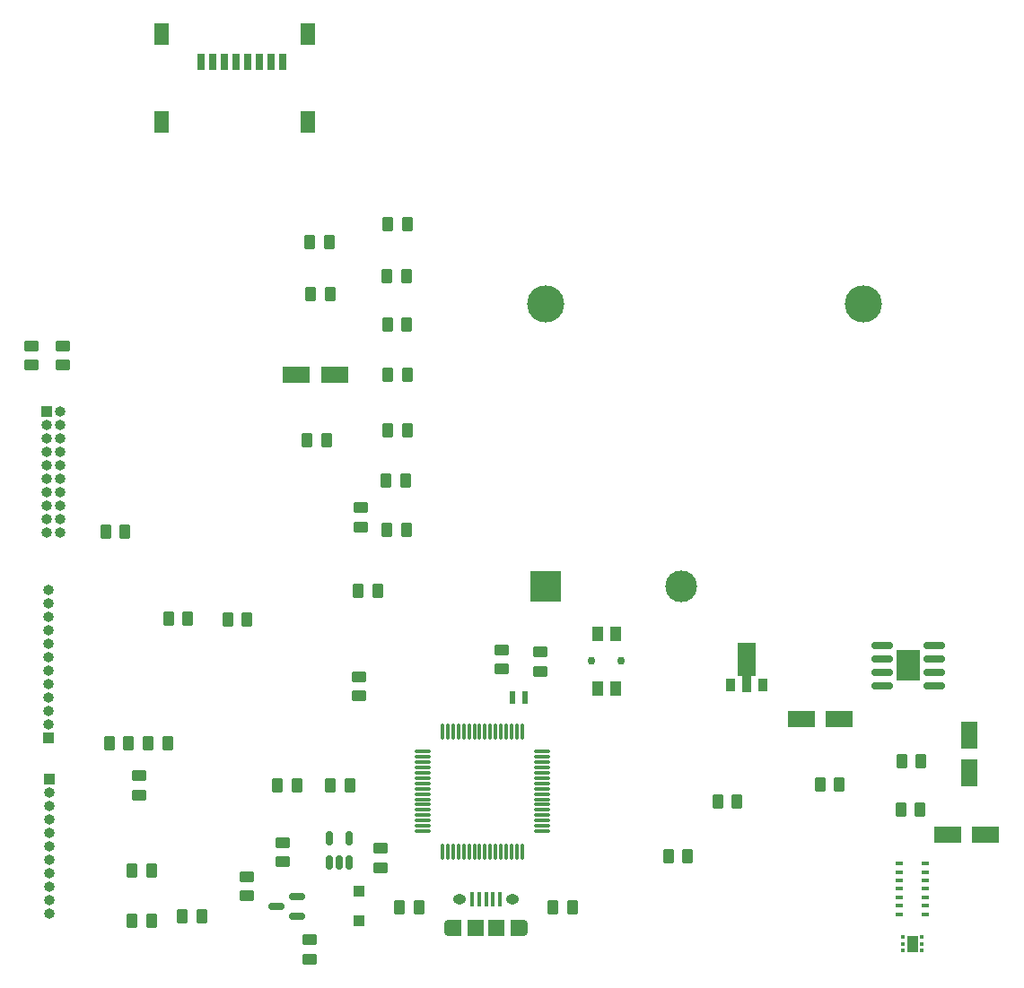
<source format=gbr>
%TF.GenerationSoftware,KiCad,Pcbnew,7.0.7*%
%TF.CreationDate,2023-11-17T10:09:12-08:00*%
%TF.ProjectId,Final_Project_Sutton_Yazzolino,46696e61-6c5f-4507-926f-6a6563745f53,rev?*%
%TF.SameCoordinates,Original*%
%TF.FileFunction,Soldermask,Top*%
%TF.FilePolarity,Negative*%
%FSLAX46Y46*%
G04 Gerber Fmt 4.6, Leading zero omitted, Abs format (unit mm)*
G04 Created by KiCad (PCBNEW 7.0.7) date 2023-11-17 10:09:12*
%MOMM*%
%LPD*%
G01*
G04 APERTURE LIST*
G04 Aperture macros list*
%AMRoundRect*
0 Rectangle with rounded corners*
0 $1 Rounding radius*
0 $2 $3 $4 $5 $6 $7 $8 $9 X,Y pos of 4 corners*
0 Add a 4 corners polygon primitive as box body*
4,1,4,$2,$3,$4,$5,$6,$7,$8,$9,$2,$3,0*
0 Add four circle primitives for the rounded corners*
1,1,$1+$1,$2,$3*
1,1,$1+$1,$4,$5*
1,1,$1+$1,$6,$7*
1,1,$1+$1,$8,$9*
0 Add four rect primitives between the rounded corners*
20,1,$1+$1,$2,$3,$4,$5,0*
20,1,$1+$1,$4,$5,$6,$7,0*
20,1,$1+$1,$6,$7,$8,$9,0*
20,1,$1+$1,$8,$9,$2,$3,0*%
%AMFreePoly0*
4,1,9,3.862500,-0.866500,0.737500,-0.866500,0.737500,-0.450000,-0.737500,-0.450000,-0.737500,0.450000,0.737500,0.450000,0.737500,0.866500,3.862500,0.866500,3.862500,-0.866500,3.862500,-0.866500,$1*%
G04 Aperture macros list end*
%ADD10RoundRect,0.250000X-0.262500X-0.450000X0.262500X-0.450000X0.262500X0.450000X-0.262500X0.450000X0*%
%ADD11RoundRect,0.250000X0.262500X0.450000X-0.262500X0.450000X-0.262500X-0.450000X0.262500X-0.450000X0*%
%ADD12R,1.000000X1.000000*%
%ADD13O,1.000000X1.000000*%
%ADD14RoundRect,0.250000X0.450000X-0.262500X0.450000X0.262500X-0.450000X0.262500X-0.450000X-0.262500X0*%
%ADD15RoundRect,0.250000X-1.050000X-0.550000X1.050000X-0.550000X1.050000X0.550000X-1.050000X0.550000X0*%
%ADD16RoundRect,0.250000X0.550000X-1.050000X0.550000X1.050000X-0.550000X1.050000X-0.550000X-1.050000X0*%
%ADD17R,0.600000X1.200000*%
%ADD18RoundRect,0.150000X0.150000X-0.512500X0.150000X0.512500X-0.150000X0.512500X-0.150000X-0.512500X0*%
%ADD19C,0.750000*%
%ADD20R,1.000000X1.450000*%
%ADD21RoundRect,0.250000X-0.450000X0.262500X-0.450000X-0.262500X0.450000X-0.262500X0.450000X0.262500X0*%
%ADD22RoundRect,0.150000X0.587500X0.150000X-0.587500X0.150000X-0.587500X-0.150000X0.587500X-0.150000X0*%
%ADD23R,0.400000X1.350000*%
%ADD24R,1.200000X1.550000*%
%ADD25O,1.250000X0.950000*%
%ADD26R,1.500000X1.550000*%
%ADD27O,0.890000X1.550000*%
%ADD28R,0.800000X1.500000*%
%ADD29R,1.450000X2.000000*%
%ADD30RoundRect,0.250000X-0.300000X0.300000X-0.300000X-0.300000X0.300000X-0.300000X0.300000X0.300000X0*%
%ADD31C,3.500000*%
%ADD32R,3.000000X3.000000*%
%ADD33C,3.000000*%
%ADD34RoundRect,0.087500X0.287500X0.087500X-0.287500X0.087500X-0.287500X-0.087500X0.287500X-0.087500X0*%
%ADD35RoundRect,0.150000X0.825000X0.150000X-0.825000X0.150000X-0.825000X-0.150000X0.825000X-0.150000X0*%
%ADD36R,2.290000X3.000000*%
%ADD37R,0.900000X1.300000*%
%ADD38FreePoly0,90.000000*%
%ADD39RoundRect,0.075000X-0.075000X0.662500X-0.075000X-0.662500X0.075000X-0.662500X0.075000X0.662500X0*%
%ADD40RoundRect,0.075000X-0.662500X0.075000X-0.662500X-0.075000X0.662500X-0.075000X0.662500X0.075000X0*%
%ADD41RoundRect,0.093750X0.093750X0.106250X-0.093750X0.106250X-0.093750X-0.106250X0.093750X-0.106250X0*%
%ADD42R,1.000000X1.600000*%
G04 APERTURE END LIST*
D10*
%TO.C,R10*%
X131525000Y-126750000D03*
X133350000Y-126750000D03*
%TD*%
D11*
%TO.C,R22*%
X139875000Y-138275000D03*
X138050000Y-138275000D03*
%TD*%
D10*
%TO.C,R21*%
X152500000Y-138325000D03*
X154325000Y-138325000D03*
%TD*%
D12*
%TO.C,WifiModule1*%
X104950000Y-122295000D03*
D13*
X104950000Y-121025000D03*
X104950000Y-119755000D03*
X104950000Y-118485000D03*
X104950000Y-117215000D03*
X104950000Y-115945000D03*
X104950000Y-114675000D03*
X104950000Y-113405000D03*
X104950000Y-112135000D03*
X104950000Y-110865000D03*
X104950000Y-109595000D03*
X104950000Y-108325000D03*
%TD*%
D11*
%TO.C,R13*%
X169875000Y-128300000D03*
X168050000Y-128300000D03*
%TD*%
D14*
%TO.C,R11*%
X106300000Y-87100000D03*
X106300000Y-85275000D03*
%TD*%
%TO.C,R7*%
X103350000Y-87100000D03*
X103350000Y-85275000D03*
%TD*%
D10*
%TO.C,R5*%
X163400000Y-133425000D03*
X165225000Y-133425000D03*
%TD*%
D12*
%TO.C,LEDmodule1*%
X105000000Y-126190000D03*
D13*
X105000000Y-127460000D03*
X105000000Y-128730000D03*
X105000000Y-130000000D03*
X105000000Y-131270000D03*
X105000000Y-132540000D03*
X105000000Y-133810000D03*
X105000000Y-135080000D03*
X105000000Y-136350000D03*
X105000000Y-137620000D03*
X105000000Y-138890000D03*
%TD*%
D12*
%TO.C,J3*%
X104730000Y-91430000D03*
D13*
X106000000Y-91430000D03*
X104730000Y-92700000D03*
X106000000Y-92700000D03*
X104730000Y-93970000D03*
X106000000Y-93970000D03*
X104730000Y-95240000D03*
X106000000Y-95240000D03*
X104730000Y-96510000D03*
X106000000Y-96510000D03*
X104730000Y-97780000D03*
X106000000Y-97780000D03*
X104730000Y-99050000D03*
X106000000Y-99050000D03*
X104730000Y-100320000D03*
X106000000Y-100320000D03*
X104730000Y-101590000D03*
X106000000Y-101590000D03*
X104730000Y-102860000D03*
X106000000Y-102860000D03*
%TD*%
D15*
%TO.C,C7*%
X189750000Y-131425000D03*
X193350000Y-131425000D03*
%TD*%
%TO.C,C5*%
X175950000Y-120525000D03*
X179550000Y-120525000D03*
%TD*%
D16*
%TO.C,C3*%
X191800000Y-125625000D03*
X191800000Y-122025000D03*
%TD*%
D15*
%TO.C,C1*%
X128325000Y-87975000D03*
X131925000Y-87975000D03*
%TD*%
D17*
%TO.C,Y1*%
X149875000Y-118500000D03*
X148675000Y-118500000D03*
%TD*%
D18*
%TO.C,U4*%
X131400000Y-134075000D03*
X132350000Y-134075000D03*
X133300000Y-134075000D03*
X133300000Y-131800000D03*
X131400000Y-131800000D03*
%TD*%
D19*
%TO.C,SW1*%
X158925000Y-115025000D03*
X156175000Y-115025000D03*
D20*
X158400000Y-117600000D03*
X158400000Y-112450000D03*
X156700000Y-112450000D03*
X156700000Y-117600000D03*
%TD*%
D10*
%TO.C,R20*%
X117575000Y-139150000D03*
X119400000Y-139150000D03*
%TD*%
%TO.C,R19*%
X112800000Y-139600000D03*
X114625000Y-139600000D03*
%TD*%
%TO.C,R18*%
X112800000Y-134825000D03*
X114625000Y-134825000D03*
%TD*%
D21*
%TO.C,R17*%
X134200000Y-118337500D03*
X134200000Y-116512500D03*
%TD*%
D10*
%TO.C,R16*%
X110300000Y-102850000D03*
X112125000Y-102850000D03*
%TD*%
D11*
%TO.C,R15*%
X116175000Y-122775000D03*
X114350000Y-122775000D03*
%TD*%
D10*
%TO.C,R14*%
X126537500Y-126750000D03*
X128362500Y-126750000D03*
%TD*%
%TO.C,R12*%
X110650000Y-122775000D03*
X112475000Y-122775000D03*
%TD*%
D14*
%TO.C,R9*%
X136225000Y-134550000D03*
X136225000Y-132725000D03*
%TD*%
D21*
%TO.C,R8*%
X129600000Y-141350000D03*
X129600000Y-143175000D03*
%TD*%
D10*
%TO.C,R6*%
X116225000Y-111000000D03*
X118050000Y-111000000D03*
%TD*%
%TO.C,R4*%
X134150000Y-108400000D03*
X135975000Y-108400000D03*
%TD*%
%TO.C,R3*%
X185325000Y-129075000D03*
X187150000Y-129075000D03*
%TD*%
D11*
%TO.C,R2*%
X121850000Y-111075000D03*
X123675000Y-111075000D03*
%TD*%
D21*
%TO.C,R1*%
X113450000Y-127675000D03*
X113450000Y-125850000D03*
%TD*%
D22*
%TO.C,Q1*%
X128337500Y-139150000D03*
X128337500Y-137250000D03*
X126462500Y-138200000D03*
%TD*%
D23*
%TO.C,J2*%
X144900000Y-137500000D03*
X145550000Y-137500000D03*
X146200000Y-137500000D03*
X146850000Y-137500000D03*
X147500000Y-137500000D03*
D24*
X143300000Y-140200000D03*
D25*
X148700000Y-137500000D03*
D26*
X147200000Y-140200000D03*
D27*
X149700000Y-140200000D03*
D24*
X149100000Y-140200000D03*
D25*
X143700000Y-137500000D03*
D26*
X145200000Y-140200000D03*
D27*
X142700000Y-140200000D03*
%TD*%
D28*
%TO.C,J1*%
X119300000Y-58450000D03*
X120400000Y-58450000D03*
X121500000Y-58450000D03*
X122600000Y-58450000D03*
X123700000Y-58450000D03*
X124800000Y-58450000D03*
X125900000Y-58450000D03*
X127000000Y-58450000D03*
D29*
X115625000Y-55850000D03*
X115625000Y-64150000D03*
X129375000Y-64150000D03*
X129375000Y-55850000D03*
%TD*%
D14*
%TO.C,FB1*%
X134375000Y-100562500D03*
X134375000Y-102387500D03*
%TD*%
D30*
%TO.C,D2*%
X134200000Y-136800000D03*
X134200000Y-139600000D03*
%TD*%
D10*
%TO.C,C20*%
X131475000Y-80350000D03*
X129650000Y-80350000D03*
%TD*%
%TO.C,C19*%
X129600000Y-75475000D03*
X131425000Y-75475000D03*
%TD*%
D21*
%TO.C,C18*%
X123625000Y-135387500D03*
X123625000Y-137212500D03*
%TD*%
D14*
%TO.C,C17*%
X151300000Y-114175000D03*
X151300000Y-116000000D03*
%TD*%
D21*
%TO.C,C16*%
X147650000Y-115800000D03*
X147650000Y-113975000D03*
%TD*%
D10*
%TO.C,C15*%
X136875000Y-78650000D03*
X138700000Y-78650000D03*
%TD*%
%TO.C,C14*%
X136775000Y-98000000D03*
X138600000Y-98000000D03*
%TD*%
%TO.C,C13*%
X136850000Y-102675000D03*
X138675000Y-102675000D03*
%TD*%
%TO.C,C12*%
X136925000Y-73750000D03*
X138750000Y-73750000D03*
%TD*%
D21*
%TO.C,C11*%
X127000000Y-132175000D03*
X127000000Y-134000000D03*
%TD*%
D10*
%TO.C,C10*%
X136925000Y-93250000D03*
X138750000Y-93250000D03*
%TD*%
%TO.C,C9*%
X136950000Y-88025000D03*
X138775000Y-88025000D03*
%TD*%
%TO.C,C8*%
X136900000Y-83250000D03*
X138725000Y-83250000D03*
%TD*%
D11*
%TO.C,C6*%
X179525000Y-126700000D03*
X177700000Y-126700000D03*
%TD*%
D10*
%TO.C,C4*%
X185400000Y-124475000D03*
X187225000Y-124475000D03*
%TD*%
%TO.C,C2*%
X129325000Y-94175000D03*
X131150000Y-94175000D03*
%TD*%
D31*
%TO.C,BT1*%
X181800000Y-81300000D03*
X151800000Y-81300000D03*
D32*
X151800000Y-108000000D03*
D33*
X164600000Y-108000000D03*
%TD*%
D34*
%TO.C,U1*%
X187625000Y-138950000D03*
X187625000Y-138150000D03*
X187625000Y-137350000D03*
X187625000Y-136550000D03*
X187625000Y-135750000D03*
X187625000Y-134950000D03*
X187625000Y-134150000D03*
X185225000Y-134150000D03*
X185225000Y-134950000D03*
X185225000Y-135750000D03*
X185225000Y-136550000D03*
X185225000Y-137350000D03*
X185225000Y-138150000D03*
X185225000Y-138950000D03*
%TD*%
D35*
%TO.C,LDO3.3V1*%
X188500000Y-117345000D03*
X188500000Y-116075000D03*
X188500000Y-114805000D03*
X188500000Y-113535000D03*
X183550000Y-113535000D03*
X183550000Y-114805000D03*
X183550000Y-116075000D03*
X183550000Y-117345000D03*
D36*
X186025000Y-115440000D03*
%TD*%
D37*
%TO.C,LDO1.8V1*%
X169300000Y-117275000D03*
D38*
X170800000Y-117187500D03*
D37*
X172300000Y-117275000D03*
%TD*%
D39*
%TO.C,U3*%
X149600000Y-121675000D03*
X149100000Y-121675000D03*
X148600000Y-121675000D03*
X148100000Y-121675000D03*
X147600000Y-121675000D03*
X147100000Y-121675000D03*
X146600000Y-121675000D03*
X146100000Y-121675000D03*
X145600000Y-121675000D03*
X145100000Y-121675000D03*
X144600000Y-121675000D03*
X144100000Y-121675000D03*
X143600000Y-121675000D03*
X143100000Y-121675000D03*
X142600000Y-121675000D03*
X142100000Y-121675000D03*
D40*
X140187500Y-123587500D03*
X140187500Y-124087500D03*
X140187500Y-124587500D03*
X140187500Y-125087500D03*
X140187500Y-125587500D03*
X140187500Y-126087500D03*
X140187500Y-126587500D03*
X140187500Y-127087500D03*
X140187500Y-127587500D03*
X140187500Y-128087500D03*
X140187500Y-128587500D03*
X140187500Y-129087500D03*
X140187500Y-129587500D03*
X140187500Y-130087500D03*
X140187500Y-130587500D03*
X140187500Y-131087500D03*
D39*
X142100000Y-133000000D03*
X142600000Y-133000000D03*
X143100000Y-133000000D03*
X143600000Y-133000000D03*
X144100000Y-133000000D03*
X144600000Y-133000000D03*
X145100000Y-133000000D03*
X145600000Y-133000000D03*
X146100000Y-133000000D03*
X146600000Y-133000000D03*
X147100000Y-133000000D03*
X147600000Y-133000000D03*
X148100000Y-133000000D03*
X148600000Y-133000000D03*
X149100000Y-133000000D03*
X149600000Y-133000000D03*
D40*
X151512500Y-131087500D03*
X151512500Y-130587500D03*
X151512500Y-130087500D03*
X151512500Y-129587500D03*
X151512500Y-129087500D03*
X151512500Y-128587500D03*
X151512500Y-128087500D03*
X151512500Y-127587500D03*
X151512500Y-127087500D03*
X151512500Y-126587500D03*
X151512500Y-126087500D03*
X151512500Y-125587500D03*
X151512500Y-125087500D03*
X151512500Y-124587500D03*
X151512500Y-124087500D03*
X151512500Y-123587500D03*
%TD*%
D41*
%TO.C,U2*%
X187325000Y-142375000D03*
X187325000Y-141725000D03*
X187325000Y-141075000D03*
X185550000Y-141075000D03*
X185550000Y-141725000D03*
X185550000Y-142375000D03*
D42*
X186437500Y-141725000D03*
%TD*%
M02*

</source>
